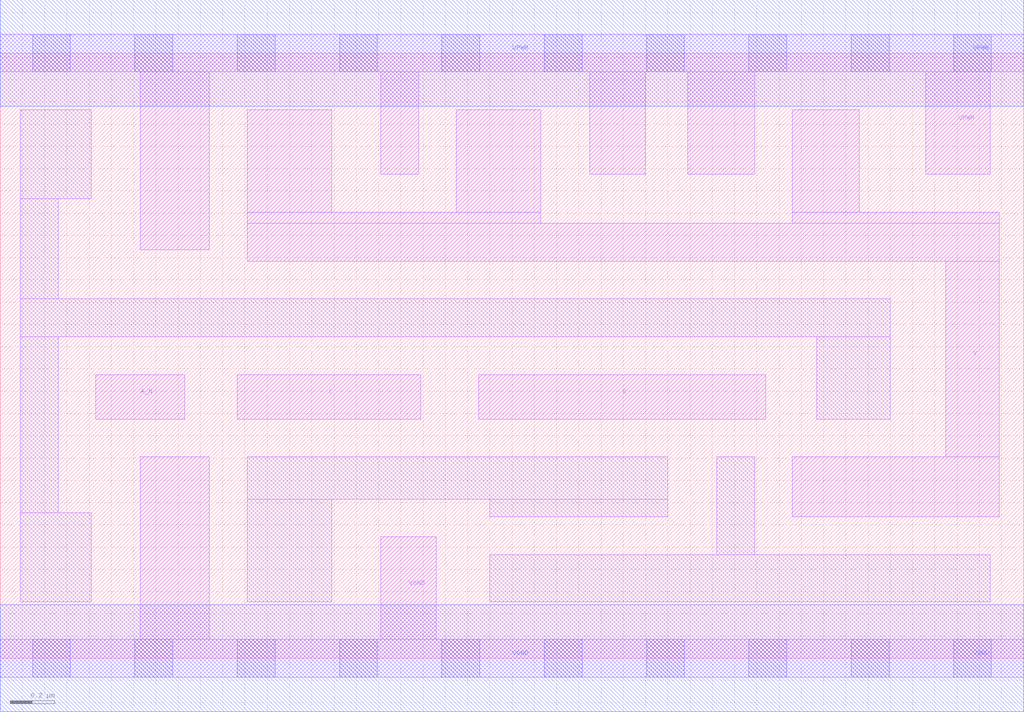
<source format=lef>
# Copyright 2020 The SkyWater PDK Authors
#
# Licensed under the Apache License, Version 2.0 (the "License");
# you may not use this file except in compliance with the License.
# You may obtain a copy of the License at
#
#     https://www.apache.org/licenses/LICENSE-2.0
#
# Unless required by applicable law or agreed to in writing, software
# distributed under the License is distributed on an "AS IS" BASIS,
# WITHOUT WARRANTIES OR CONDITIONS OF ANY KIND, either express or implied.
# See the License for the specific language governing permissions and
# limitations under the License.
#
# SPDX-License-Identifier: Apache-2.0

VERSION 5.7 ;
  NAMESCASESENSITIVE ON ;
  NOWIREEXTENSIONATPIN ON ;
  DIVIDERCHAR "/" ;
  BUSBITCHARS "[]" ;
UNITS
  DATABASE MICRONS 200 ;
END UNITS
PROPERTYDEFINITIONS
  MACRO maskLayoutSubType STRING ;
  MACRO prCellType STRING ;
  MACRO originalViewName STRING ;
END PROPERTYDEFINITIONS
MACRO sky130_fd_sc_hdll__nand3b_2
  CLASS CORE ;
  FOREIGN sky130_fd_sc_hdll__nand3b_2 ;
  ORIGIN  0.000000  0.000000 ;
  SIZE  4.600000 BY  2.720000 ;
  SYMMETRY X Y R90 ;
  SITE unithd ;
  PIN A_N
    ANTENNAGATEAREA  0.138600 ;
    DIRECTION INPUT ;
    USE SIGNAL ;
    PORT
      LAYER li1 ;
        RECT 0.430000 1.075000 0.830000 1.275000 ;
    END
  END A_N
  PIN B
    ANTENNAGATEAREA  0.555000 ;
    DIRECTION INPUT ;
    USE SIGNAL ;
    PORT
      LAYER li1 ;
        RECT 2.150000 1.075000 3.440000 1.275000 ;
    END
  END B
  PIN C
    ANTENNAGATEAREA  0.555000 ;
    DIRECTION INPUT ;
    USE SIGNAL ;
    PORT
      LAYER li1 ;
        RECT 1.065000 1.075000 1.890000 1.275000 ;
    END
  END C
  PIN VGND
    ANTENNADIFFAREA  0.429500 ;
    DIRECTION INOUT ;
    USE SIGNAL ;
    PORT
      LAYER li1 ;
        RECT 0.000000 -0.085000 4.600000 0.085000 ;
        RECT 0.630000  0.085000 0.940000 0.905000 ;
        RECT 1.710000  0.085000 1.960000 0.545000 ;
      LAYER mcon ;
        RECT 0.145000 -0.085000 0.315000 0.085000 ;
        RECT 0.605000 -0.085000 0.775000 0.085000 ;
        RECT 1.065000 -0.085000 1.235000 0.085000 ;
        RECT 1.525000 -0.085000 1.695000 0.085000 ;
        RECT 1.985000 -0.085000 2.155000 0.085000 ;
        RECT 2.445000 -0.085000 2.615000 0.085000 ;
        RECT 2.905000 -0.085000 3.075000 0.085000 ;
        RECT 3.365000 -0.085000 3.535000 0.085000 ;
        RECT 3.825000 -0.085000 3.995000 0.085000 ;
        RECT 4.285000 -0.085000 4.455000 0.085000 ;
      LAYER met1 ;
        RECT 0.000000 -0.240000 4.600000 0.240000 ;
    END
  END VGND
  PIN VPWR
    ANTENNADIFFAREA  1.465700 ;
    DIRECTION INOUT ;
    USE SIGNAL ;
    PORT
      LAYER li1 ;
        RECT 0.000000 2.635000 4.600000 2.805000 ;
        RECT 0.630000 1.835000 0.940000 2.635000 ;
        RECT 1.710000 2.175000 1.880000 2.635000 ;
        RECT 2.650000 2.175000 2.900000 2.635000 ;
        RECT 3.090000 2.175000 3.390000 2.635000 ;
        RECT 4.160000 2.175000 4.450000 2.635000 ;
      LAYER mcon ;
        RECT 0.145000 2.635000 0.315000 2.805000 ;
        RECT 0.605000 2.635000 0.775000 2.805000 ;
        RECT 1.065000 2.635000 1.235000 2.805000 ;
        RECT 1.525000 2.635000 1.695000 2.805000 ;
        RECT 1.985000 2.635000 2.155000 2.805000 ;
        RECT 2.445000 2.635000 2.615000 2.805000 ;
        RECT 2.905000 2.635000 3.075000 2.805000 ;
        RECT 3.365000 2.635000 3.535000 2.805000 ;
        RECT 3.825000 2.635000 3.995000 2.805000 ;
        RECT 4.285000 2.635000 4.455000 2.805000 ;
      LAYER met1 ;
        RECT 0.000000 2.480000 4.600000 2.960000 ;
    END
  END VPWR
  PIN Y
    ANTENNADIFFAREA  1.110500 ;
    DIRECTION OUTPUT ;
    USE SIGNAL ;
    PORT
      LAYER li1 ;
        RECT 1.110000 1.785000 4.490000 1.955000 ;
        RECT 1.110000 1.955000 2.430000 2.005000 ;
        RECT 1.110000 2.005000 1.490000 2.465000 ;
        RECT 2.050000 2.005000 2.430000 2.465000 ;
        RECT 3.560000 0.635000 4.490000 0.905000 ;
        RECT 3.560000 1.955000 4.490000 2.005000 ;
        RECT 3.560000 2.005000 3.860000 2.465000 ;
        RECT 4.250000 0.905000 4.490000 1.785000 ;
    END
  END Y
  OBS
    LAYER li1 ;
      RECT 0.090000 0.255000 0.410000 0.655000 ;
      RECT 0.090000 0.655000 0.260000 1.445000 ;
      RECT 0.090000 1.445000 4.000000 1.615000 ;
      RECT 0.090000 1.615000 0.260000 2.065000 ;
      RECT 0.090000 2.065000 0.410000 2.465000 ;
      RECT 1.110000 0.255000 1.490000 0.715000 ;
      RECT 1.110000 0.715000 3.000000 0.905000 ;
      RECT 2.200000 0.255000 4.450000 0.465000 ;
      RECT 2.200000 0.635000 3.000000 0.715000 ;
      RECT 3.220000 0.465000 3.390000 0.905000 ;
      RECT 3.670000 1.075000 4.000000 1.445000 ;
  END
  PROPERTY maskLayoutSubType "abstract" ;
  PROPERTY prCellType "standard" ;
  PROPERTY originalViewName "layout" ;
END sky130_fd_sc_hdll__nand3b_2

</source>
